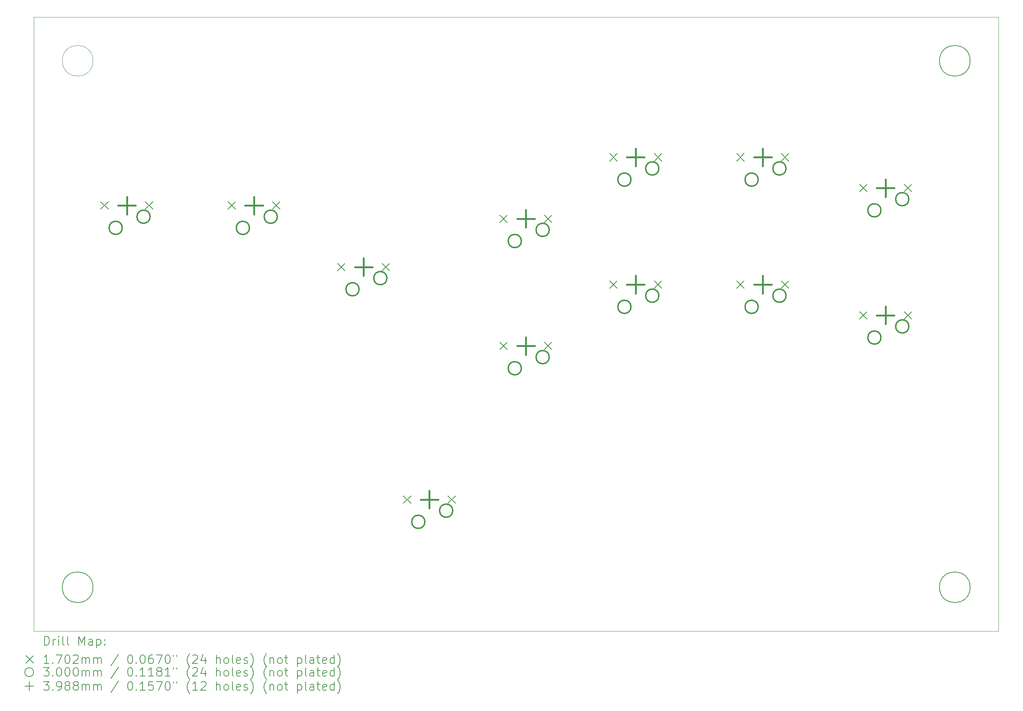
<source format=gbr>
%TF.GenerationSoftware,KiCad,Pcbnew,7.0.2*%
%TF.CreationDate,2023-06-15T03:47:47-07:00*%
%TF.ProjectId,DS5,4453352e-6b69-4636-9164-5f7063625858,rev?*%
%TF.SameCoordinates,Original*%
%TF.FileFunction,Drillmap*%
%TF.FilePolarity,Positive*%
%FSLAX45Y45*%
G04 Gerber Fmt 4.5, Leading zero omitted, Abs format (unit mm)*
G04 Created by KiCad (PCBNEW 7.0.2) date 2023-06-15 03:47:47*
%MOMM*%
%LPD*%
G01*
G04 APERTURE LIST*
%ADD10C,0.100000*%
%ADD11C,0.150000*%
%ADD12C,0.200000*%
%ADD13C,0.170180*%
%ADD14C,0.300000*%
%ADD15C,0.398780*%
G04 APERTURE END LIST*
D10*
X3350000Y-3000000D02*
G75*
G03*
X3350000Y-3000000I-350000J0D01*
G01*
D11*
X23350000Y-3000000D02*
G75*
G03*
X23350000Y-3000000I-350000J0D01*
G01*
D10*
X2000000Y-2000000D02*
X24000000Y-2000000D01*
X24000000Y-16000000D01*
X2000000Y-16000000D01*
X2000000Y-2000000D01*
D11*
X3350000Y-15000000D02*
G75*
G03*
X3350000Y-15000000I-350000J0D01*
G01*
X23350000Y-15000000D02*
G75*
G03*
X23350000Y-15000000I-350000J0D01*
G01*
D12*
D13*
X3527910Y-6214910D02*
X3698090Y-6385090D01*
X3698090Y-6214910D02*
X3527910Y-6385090D01*
X4543910Y-6214910D02*
X4714090Y-6385090D01*
X4714090Y-6214910D02*
X4543910Y-6385090D01*
X6427910Y-6214910D02*
X6598090Y-6385090D01*
X6598090Y-6214910D02*
X6427910Y-6385090D01*
X7443910Y-6214910D02*
X7614090Y-6385090D01*
X7614090Y-6214910D02*
X7443910Y-6385090D01*
X8927910Y-7614910D02*
X9098090Y-7785090D01*
X9098090Y-7614910D02*
X8927910Y-7785090D01*
X9943910Y-7614910D02*
X10114090Y-7785090D01*
X10114090Y-7614910D02*
X9943910Y-7785090D01*
X10427910Y-12914910D02*
X10598090Y-13085090D01*
X10598090Y-12914910D02*
X10427910Y-13085090D01*
X11443910Y-12914910D02*
X11614090Y-13085090D01*
X11614090Y-12914910D02*
X11443910Y-13085090D01*
X12627910Y-6514910D02*
X12798090Y-6685090D01*
X12798090Y-6514910D02*
X12627910Y-6685090D01*
X12627910Y-9414910D02*
X12798090Y-9585090D01*
X12798090Y-9414910D02*
X12627910Y-9585090D01*
X13643910Y-6514910D02*
X13814090Y-6685090D01*
X13814090Y-6514910D02*
X13643910Y-6685090D01*
X13643910Y-9414910D02*
X13814090Y-9585090D01*
X13814090Y-9414910D02*
X13643910Y-9585090D01*
X15127910Y-5114910D02*
X15298090Y-5285090D01*
X15298090Y-5114910D02*
X15127910Y-5285090D01*
X15127910Y-8014910D02*
X15298090Y-8185090D01*
X15298090Y-8014910D02*
X15127910Y-8185090D01*
X16143910Y-5114910D02*
X16314090Y-5285090D01*
X16314090Y-5114910D02*
X16143910Y-5285090D01*
X16143910Y-8014910D02*
X16314090Y-8185090D01*
X16314090Y-8014910D02*
X16143910Y-8185090D01*
X18027910Y-5114910D02*
X18198090Y-5285090D01*
X18198090Y-5114910D02*
X18027910Y-5285090D01*
X18027910Y-8014910D02*
X18198090Y-8185090D01*
X18198090Y-8014910D02*
X18027910Y-8185090D01*
X19043910Y-5114910D02*
X19214090Y-5285090D01*
X19214090Y-5114910D02*
X19043910Y-5285090D01*
X19043910Y-8014910D02*
X19214090Y-8185090D01*
X19214090Y-8014910D02*
X19043910Y-8185090D01*
X20827910Y-5814910D02*
X20998090Y-5985090D01*
X20998090Y-5814910D02*
X20827910Y-5985090D01*
X20827910Y-8714910D02*
X20998090Y-8885090D01*
X20998090Y-8714910D02*
X20827910Y-8885090D01*
X21843910Y-5814910D02*
X22014090Y-5985090D01*
X22014090Y-5814910D02*
X21843910Y-5985090D01*
X21843910Y-8714910D02*
X22014090Y-8885090D01*
X22014090Y-8714910D02*
X21843910Y-8885090D01*
D14*
X4017000Y-6808000D02*
G75*
G03*
X4017000Y-6808000I-150000J0D01*
G01*
X4652000Y-6554000D02*
G75*
G03*
X4652000Y-6554000I-150000J0D01*
G01*
X6917000Y-6808000D02*
G75*
G03*
X6917000Y-6808000I-150000J0D01*
G01*
X7552000Y-6554000D02*
G75*
G03*
X7552000Y-6554000I-150000J0D01*
G01*
X9417000Y-8208000D02*
G75*
G03*
X9417000Y-8208000I-150000J0D01*
G01*
X10052000Y-7954000D02*
G75*
G03*
X10052000Y-7954000I-150000J0D01*
G01*
X10917000Y-13508000D02*
G75*
G03*
X10917000Y-13508000I-150000J0D01*
G01*
X11552000Y-13254000D02*
G75*
G03*
X11552000Y-13254000I-150000J0D01*
G01*
X13117000Y-7108000D02*
G75*
G03*
X13117000Y-7108000I-150000J0D01*
G01*
X13117000Y-10008000D02*
G75*
G03*
X13117000Y-10008000I-150000J0D01*
G01*
X13752000Y-6854000D02*
G75*
G03*
X13752000Y-6854000I-150000J0D01*
G01*
X13752000Y-9754000D02*
G75*
G03*
X13752000Y-9754000I-150000J0D01*
G01*
X15617000Y-5708000D02*
G75*
G03*
X15617000Y-5708000I-150000J0D01*
G01*
X15617000Y-8608000D02*
G75*
G03*
X15617000Y-8608000I-150000J0D01*
G01*
X16252000Y-5454000D02*
G75*
G03*
X16252000Y-5454000I-150000J0D01*
G01*
X16252000Y-8354000D02*
G75*
G03*
X16252000Y-8354000I-150000J0D01*
G01*
X18517000Y-5708000D02*
G75*
G03*
X18517000Y-5708000I-150000J0D01*
G01*
X18517000Y-8608000D02*
G75*
G03*
X18517000Y-8608000I-150000J0D01*
G01*
X19152000Y-5454000D02*
G75*
G03*
X19152000Y-5454000I-150000J0D01*
G01*
X19152000Y-8354000D02*
G75*
G03*
X19152000Y-8354000I-150000J0D01*
G01*
X21317000Y-6408000D02*
G75*
G03*
X21317000Y-6408000I-150000J0D01*
G01*
X21317000Y-9308000D02*
G75*
G03*
X21317000Y-9308000I-150000J0D01*
G01*
X21952000Y-6154000D02*
G75*
G03*
X21952000Y-6154000I-150000J0D01*
G01*
X21952000Y-9054000D02*
G75*
G03*
X21952000Y-9054000I-150000J0D01*
G01*
D15*
X4121000Y-6100610D02*
X4121000Y-6499390D01*
X3921610Y-6300000D02*
X4320390Y-6300000D01*
X7021000Y-6100610D02*
X7021000Y-6499390D01*
X6821610Y-6300000D02*
X7220390Y-6300000D01*
X9521000Y-7500610D02*
X9521000Y-7899390D01*
X9321610Y-7700000D02*
X9720390Y-7700000D01*
X11021000Y-12800610D02*
X11021000Y-13199390D01*
X10821610Y-13000000D02*
X11220390Y-13000000D01*
X13221000Y-6400610D02*
X13221000Y-6799390D01*
X13021610Y-6600000D02*
X13420390Y-6600000D01*
X13221000Y-9300610D02*
X13221000Y-9699390D01*
X13021610Y-9500000D02*
X13420390Y-9500000D01*
X15721000Y-5000610D02*
X15721000Y-5399390D01*
X15521610Y-5200000D02*
X15920390Y-5200000D01*
X15721000Y-7900610D02*
X15721000Y-8299390D01*
X15521610Y-8100000D02*
X15920390Y-8100000D01*
X18621000Y-5000610D02*
X18621000Y-5399390D01*
X18421610Y-5200000D02*
X18820390Y-5200000D01*
X18621000Y-7900610D02*
X18621000Y-8299390D01*
X18421610Y-8100000D02*
X18820390Y-8100000D01*
X21421000Y-5700610D02*
X21421000Y-6099390D01*
X21221610Y-5900000D02*
X21620390Y-5900000D01*
X21421000Y-8600610D02*
X21421000Y-8999390D01*
X21221610Y-8800000D02*
X21620390Y-8800000D01*
D12*
X2242619Y-16317524D02*
X2242619Y-16117524D01*
X2242619Y-16117524D02*
X2290238Y-16117524D01*
X2290238Y-16117524D02*
X2318810Y-16127048D01*
X2318810Y-16127048D02*
X2337857Y-16146095D01*
X2337857Y-16146095D02*
X2347381Y-16165143D01*
X2347381Y-16165143D02*
X2356905Y-16203238D01*
X2356905Y-16203238D02*
X2356905Y-16231809D01*
X2356905Y-16231809D02*
X2347381Y-16269905D01*
X2347381Y-16269905D02*
X2337857Y-16288952D01*
X2337857Y-16288952D02*
X2318810Y-16308000D01*
X2318810Y-16308000D02*
X2290238Y-16317524D01*
X2290238Y-16317524D02*
X2242619Y-16317524D01*
X2442619Y-16317524D02*
X2442619Y-16184190D01*
X2442619Y-16222286D02*
X2452143Y-16203238D01*
X2452143Y-16203238D02*
X2461667Y-16193714D01*
X2461667Y-16193714D02*
X2480714Y-16184190D01*
X2480714Y-16184190D02*
X2499762Y-16184190D01*
X2566429Y-16317524D02*
X2566429Y-16184190D01*
X2566429Y-16117524D02*
X2556905Y-16127048D01*
X2556905Y-16127048D02*
X2566429Y-16136571D01*
X2566429Y-16136571D02*
X2575952Y-16127048D01*
X2575952Y-16127048D02*
X2566429Y-16117524D01*
X2566429Y-16117524D02*
X2566429Y-16136571D01*
X2690238Y-16317524D02*
X2671190Y-16308000D01*
X2671190Y-16308000D02*
X2661667Y-16288952D01*
X2661667Y-16288952D02*
X2661667Y-16117524D01*
X2795000Y-16317524D02*
X2775952Y-16308000D01*
X2775952Y-16308000D02*
X2766429Y-16288952D01*
X2766429Y-16288952D02*
X2766429Y-16117524D01*
X3023571Y-16317524D02*
X3023571Y-16117524D01*
X3023571Y-16117524D02*
X3090238Y-16260381D01*
X3090238Y-16260381D02*
X3156905Y-16117524D01*
X3156905Y-16117524D02*
X3156905Y-16317524D01*
X3337857Y-16317524D02*
X3337857Y-16212762D01*
X3337857Y-16212762D02*
X3328333Y-16193714D01*
X3328333Y-16193714D02*
X3309286Y-16184190D01*
X3309286Y-16184190D02*
X3271190Y-16184190D01*
X3271190Y-16184190D02*
X3252143Y-16193714D01*
X3337857Y-16308000D02*
X3318809Y-16317524D01*
X3318809Y-16317524D02*
X3271190Y-16317524D01*
X3271190Y-16317524D02*
X3252143Y-16308000D01*
X3252143Y-16308000D02*
X3242619Y-16288952D01*
X3242619Y-16288952D02*
X3242619Y-16269905D01*
X3242619Y-16269905D02*
X3252143Y-16250857D01*
X3252143Y-16250857D02*
X3271190Y-16241333D01*
X3271190Y-16241333D02*
X3318809Y-16241333D01*
X3318809Y-16241333D02*
X3337857Y-16231809D01*
X3433095Y-16184190D02*
X3433095Y-16384190D01*
X3433095Y-16193714D02*
X3452143Y-16184190D01*
X3452143Y-16184190D02*
X3490238Y-16184190D01*
X3490238Y-16184190D02*
X3509286Y-16193714D01*
X3509286Y-16193714D02*
X3518809Y-16203238D01*
X3518809Y-16203238D02*
X3528333Y-16222286D01*
X3528333Y-16222286D02*
X3528333Y-16279428D01*
X3528333Y-16279428D02*
X3518809Y-16298476D01*
X3518809Y-16298476D02*
X3509286Y-16308000D01*
X3509286Y-16308000D02*
X3490238Y-16317524D01*
X3490238Y-16317524D02*
X3452143Y-16317524D01*
X3452143Y-16317524D02*
X3433095Y-16308000D01*
X3614048Y-16298476D02*
X3623571Y-16308000D01*
X3623571Y-16308000D02*
X3614048Y-16317524D01*
X3614048Y-16317524D02*
X3604524Y-16308000D01*
X3604524Y-16308000D02*
X3614048Y-16298476D01*
X3614048Y-16298476D02*
X3614048Y-16317524D01*
X3614048Y-16193714D02*
X3623571Y-16203238D01*
X3623571Y-16203238D02*
X3614048Y-16212762D01*
X3614048Y-16212762D02*
X3604524Y-16203238D01*
X3604524Y-16203238D02*
X3614048Y-16193714D01*
X3614048Y-16193714D02*
X3614048Y-16212762D01*
D13*
X1824820Y-16559910D02*
X1995000Y-16730090D01*
X1995000Y-16559910D02*
X1824820Y-16730090D01*
D12*
X2347381Y-16737524D02*
X2233095Y-16737524D01*
X2290238Y-16737524D02*
X2290238Y-16537524D01*
X2290238Y-16537524D02*
X2271190Y-16566095D01*
X2271190Y-16566095D02*
X2252143Y-16585143D01*
X2252143Y-16585143D02*
X2233095Y-16594667D01*
X2433095Y-16718476D02*
X2442619Y-16728000D01*
X2442619Y-16728000D02*
X2433095Y-16737524D01*
X2433095Y-16737524D02*
X2423571Y-16728000D01*
X2423571Y-16728000D02*
X2433095Y-16718476D01*
X2433095Y-16718476D02*
X2433095Y-16737524D01*
X2509286Y-16537524D02*
X2642619Y-16537524D01*
X2642619Y-16537524D02*
X2556905Y-16737524D01*
X2756905Y-16537524D02*
X2775952Y-16537524D01*
X2775952Y-16537524D02*
X2795000Y-16547048D01*
X2795000Y-16547048D02*
X2804524Y-16556571D01*
X2804524Y-16556571D02*
X2814048Y-16575619D01*
X2814048Y-16575619D02*
X2823571Y-16613714D01*
X2823571Y-16613714D02*
X2823571Y-16661333D01*
X2823571Y-16661333D02*
X2814048Y-16699428D01*
X2814048Y-16699428D02*
X2804524Y-16718476D01*
X2804524Y-16718476D02*
X2795000Y-16728000D01*
X2795000Y-16728000D02*
X2775952Y-16737524D01*
X2775952Y-16737524D02*
X2756905Y-16737524D01*
X2756905Y-16737524D02*
X2737857Y-16728000D01*
X2737857Y-16728000D02*
X2728333Y-16718476D01*
X2728333Y-16718476D02*
X2718810Y-16699428D01*
X2718810Y-16699428D02*
X2709286Y-16661333D01*
X2709286Y-16661333D02*
X2709286Y-16613714D01*
X2709286Y-16613714D02*
X2718810Y-16575619D01*
X2718810Y-16575619D02*
X2728333Y-16556571D01*
X2728333Y-16556571D02*
X2737857Y-16547048D01*
X2737857Y-16547048D02*
X2756905Y-16537524D01*
X2899762Y-16556571D02*
X2909286Y-16547048D01*
X2909286Y-16547048D02*
X2928333Y-16537524D01*
X2928333Y-16537524D02*
X2975952Y-16537524D01*
X2975952Y-16537524D02*
X2995000Y-16547048D01*
X2995000Y-16547048D02*
X3004524Y-16556571D01*
X3004524Y-16556571D02*
X3014048Y-16575619D01*
X3014048Y-16575619D02*
X3014048Y-16594667D01*
X3014048Y-16594667D02*
X3004524Y-16623238D01*
X3004524Y-16623238D02*
X2890238Y-16737524D01*
X2890238Y-16737524D02*
X3014048Y-16737524D01*
X3099762Y-16737524D02*
X3099762Y-16604190D01*
X3099762Y-16623238D02*
X3109286Y-16613714D01*
X3109286Y-16613714D02*
X3128333Y-16604190D01*
X3128333Y-16604190D02*
X3156905Y-16604190D01*
X3156905Y-16604190D02*
X3175952Y-16613714D01*
X3175952Y-16613714D02*
X3185476Y-16632762D01*
X3185476Y-16632762D02*
X3185476Y-16737524D01*
X3185476Y-16632762D02*
X3195000Y-16613714D01*
X3195000Y-16613714D02*
X3214048Y-16604190D01*
X3214048Y-16604190D02*
X3242619Y-16604190D01*
X3242619Y-16604190D02*
X3261667Y-16613714D01*
X3261667Y-16613714D02*
X3271190Y-16632762D01*
X3271190Y-16632762D02*
X3271190Y-16737524D01*
X3366429Y-16737524D02*
X3366429Y-16604190D01*
X3366429Y-16623238D02*
X3375952Y-16613714D01*
X3375952Y-16613714D02*
X3395000Y-16604190D01*
X3395000Y-16604190D02*
X3423571Y-16604190D01*
X3423571Y-16604190D02*
X3442619Y-16613714D01*
X3442619Y-16613714D02*
X3452143Y-16632762D01*
X3452143Y-16632762D02*
X3452143Y-16737524D01*
X3452143Y-16632762D02*
X3461667Y-16613714D01*
X3461667Y-16613714D02*
X3480714Y-16604190D01*
X3480714Y-16604190D02*
X3509286Y-16604190D01*
X3509286Y-16604190D02*
X3528333Y-16613714D01*
X3528333Y-16613714D02*
X3537857Y-16632762D01*
X3537857Y-16632762D02*
X3537857Y-16737524D01*
X3928333Y-16528000D02*
X3756905Y-16785143D01*
X4185476Y-16537524D02*
X4204524Y-16537524D01*
X4204524Y-16537524D02*
X4223572Y-16547048D01*
X4223572Y-16547048D02*
X4233095Y-16556571D01*
X4233095Y-16556571D02*
X4242619Y-16575619D01*
X4242619Y-16575619D02*
X4252143Y-16613714D01*
X4252143Y-16613714D02*
X4252143Y-16661333D01*
X4252143Y-16661333D02*
X4242619Y-16699428D01*
X4242619Y-16699428D02*
X4233095Y-16718476D01*
X4233095Y-16718476D02*
X4223572Y-16728000D01*
X4223572Y-16728000D02*
X4204524Y-16737524D01*
X4204524Y-16737524D02*
X4185476Y-16737524D01*
X4185476Y-16737524D02*
X4166429Y-16728000D01*
X4166429Y-16728000D02*
X4156905Y-16718476D01*
X4156905Y-16718476D02*
X4147381Y-16699428D01*
X4147381Y-16699428D02*
X4137857Y-16661333D01*
X4137857Y-16661333D02*
X4137857Y-16613714D01*
X4137857Y-16613714D02*
X4147381Y-16575619D01*
X4147381Y-16575619D02*
X4156905Y-16556571D01*
X4156905Y-16556571D02*
X4166429Y-16547048D01*
X4166429Y-16547048D02*
X4185476Y-16537524D01*
X4337857Y-16718476D02*
X4347381Y-16728000D01*
X4347381Y-16728000D02*
X4337857Y-16737524D01*
X4337857Y-16737524D02*
X4328334Y-16728000D01*
X4328334Y-16728000D02*
X4337857Y-16718476D01*
X4337857Y-16718476D02*
X4337857Y-16737524D01*
X4471191Y-16537524D02*
X4490238Y-16537524D01*
X4490238Y-16537524D02*
X4509286Y-16547048D01*
X4509286Y-16547048D02*
X4518810Y-16556571D01*
X4518810Y-16556571D02*
X4528334Y-16575619D01*
X4528334Y-16575619D02*
X4537857Y-16613714D01*
X4537857Y-16613714D02*
X4537857Y-16661333D01*
X4537857Y-16661333D02*
X4528334Y-16699428D01*
X4528334Y-16699428D02*
X4518810Y-16718476D01*
X4518810Y-16718476D02*
X4509286Y-16728000D01*
X4509286Y-16728000D02*
X4490238Y-16737524D01*
X4490238Y-16737524D02*
X4471191Y-16737524D01*
X4471191Y-16737524D02*
X4452143Y-16728000D01*
X4452143Y-16728000D02*
X4442619Y-16718476D01*
X4442619Y-16718476D02*
X4433095Y-16699428D01*
X4433095Y-16699428D02*
X4423572Y-16661333D01*
X4423572Y-16661333D02*
X4423572Y-16613714D01*
X4423572Y-16613714D02*
X4433095Y-16575619D01*
X4433095Y-16575619D02*
X4442619Y-16556571D01*
X4442619Y-16556571D02*
X4452143Y-16547048D01*
X4452143Y-16547048D02*
X4471191Y-16537524D01*
X4709286Y-16537524D02*
X4671191Y-16537524D01*
X4671191Y-16537524D02*
X4652143Y-16547048D01*
X4652143Y-16547048D02*
X4642619Y-16556571D01*
X4642619Y-16556571D02*
X4623572Y-16585143D01*
X4623572Y-16585143D02*
X4614048Y-16623238D01*
X4614048Y-16623238D02*
X4614048Y-16699428D01*
X4614048Y-16699428D02*
X4623572Y-16718476D01*
X4623572Y-16718476D02*
X4633095Y-16728000D01*
X4633095Y-16728000D02*
X4652143Y-16737524D01*
X4652143Y-16737524D02*
X4690238Y-16737524D01*
X4690238Y-16737524D02*
X4709286Y-16728000D01*
X4709286Y-16728000D02*
X4718810Y-16718476D01*
X4718810Y-16718476D02*
X4728334Y-16699428D01*
X4728334Y-16699428D02*
X4728334Y-16651809D01*
X4728334Y-16651809D02*
X4718810Y-16632762D01*
X4718810Y-16632762D02*
X4709286Y-16623238D01*
X4709286Y-16623238D02*
X4690238Y-16613714D01*
X4690238Y-16613714D02*
X4652143Y-16613714D01*
X4652143Y-16613714D02*
X4633095Y-16623238D01*
X4633095Y-16623238D02*
X4623572Y-16632762D01*
X4623572Y-16632762D02*
X4614048Y-16651809D01*
X4795000Y-16537524D02*
X4928334Y-16537524D01*
X4928334Y-16537524D02*
X4842619Y-16737524D01*
X5042619Y-16537524D02*
X5061667Y-16537524D01*
X5061667Y-16537524D02*
X5080715Y-16547048D01*
X5080715Y-16547048D02*
X5090238Y-16556571D01*
X5090238Y-16556571D02*
X5099762Y-16575619D01*
X5099762Y-16575619D02*
X5109286Y-16613714D01*
X5109286Y-16613714D02*
X5109286Y-16661333D01*
X5109286Y-16661333D02*
X5099762Y-16699428D01*
X5099762Y-16699428D02*
X5090238Y-16718476D01*
X5090238Y-16718476D02*
X5080715Y-16728000D01*
X5080715Y-16728000D02*
X5061667Y-16737524D01*
X5061667Y-16737524D02*
X5042619Y-16737524D01*
X5042619Y-16737524D02*
X5023572Y-16728000D01*
X5023572Y-16728000D02*
X5014048Y-16718476D01*
X5014048Y-16718476D02*
X5004524Y-16699428D01*
X5004524Y-16699428D02*
X4995000Y-16661333D01*
X4995000Y-16661333D02*
X4995000Y-16613714D01*
X4995000Y-16613714D02*
X5004524Y-16575619D01*
X5004524Y-16575619D02*
X5014048Y-16556571D01*
X5014048Y-16556571D02*
X5023572Y-16547048D01*
X5023572Y-16547048D02*
X5042619Y-16537524D01*
X5185476Y-16537524D02*
X5185476Y-16575619D01*
X5261667Y-16537524D02*
X5261667Y-16575619D01*
X5556905Y-16813714D02*
X5547381Y-16804190D01*
X5547381Y-16804190D02*
X5528334Y-16775619D01*
X5528334Y-16775619D02*
X5518810Y-16756571D01*
X5518810Y-16756571D02*
X5509286Y-16728000D01*
X5509286Y-16728000D02*
X5499762Y-16680381D01*
X5499762Y-16680381D02*
X5499762Y-16642286D01*
X5499762Y-16642286D02*
X5509286Y-16594667D01*
X5509286Y-16594667D02*
X5518810Y-16566095D01*
X5518810Y-16566095D02*
X5528334Y-16547048D01*
X5528334Y-16547048D02*
X5547381Y-16518476D01*
X5547381Y-16518476D02*
X5556905Y-16508952D01*
X5623572Y-16556571D02*
X5633095Y-16547048D01*
X5633095Y-16547048D02*
X5652143Y-16537524D01*
X5652143Y-16537524D02*
X5699762Y-16537524D01*
X5699762Y-16537524D02*
X5718810Y-16547048D01*
X5718810Y-16547048D02*
X5728334Y-16556571D01*
X5728334Y-16556571D02*
X5737857Y-16575619D01*
X5737857Y-16575619D02*
X5737857Y-16594667D01*
X5737857Y-16594667D02*
X5728334Y-16623238D01*
X5728334Y-16623238D02*
X5614048Y-16737524D01*
X5614048Y-16737524D02*
X5737857Y-16737524D01*
X5909286Y-16604190D02*
X5909286Y-16737524D01*
X5861667Y-16528000D02*
X5814048Y-16670857D01*
X5814048Y-16670857D02*
X5937857Y-16670857D01*
X6166429Y-16737524D02*
X6166429Y-16537524D01*
X6252143Y-16737524D02*
X6252143Y-16632762D01*
X6252143Y-16632762D02*
X6242619Y-16613714D01*
X6242619Y-16613714D02*
X6223572Y-16604190D01*
X6223572Y-16604190D02*
X6195000Y-16604190D01*
X6195000Y-16604190D02*
X6175953Y-16613714D01*
X6175953Y-16613714D02*
X6166429Y-16623238D01*
X6375953Y-16737524D02*
X6356905Y-16728000D01*
X6356905Y-16728000D02*
X6347381Y-16718476D01*
X6347381Y-16718476D02*
X6337857Y-16699428D01*
X6337857Y-16699428D02*
X6337857Y-16642286D01*
X6337857Y-16642286D02*
X6347381Y-16623238D01*
X6347381Y-16623238D02*
X6356905Y-16613714D01*
X6356905Y-16613714D02*
X6375953Y-16604190D01*
X6375953Y-16604190D02*
X6404524Y-16604190D01*
X6404524Y-16604190D02*
X6423572Y-16613714D01*
X6423572Y-16613714D02*
X6433096Y-16623238D01*
X6433096Y-16623238D02*
X6442619Y-16642286D01*
X6442619Y-16642286D02*
X6442619Y-16699428D01*
X6442619Y-16699428D02*
X6433096Y-16718476D01*
X6433096Y-16718476D02*
X6423572Y-16728000D01*
X6423572Y-16728000D02*
X6404524Y-16737524D01*
X6404524Y-16737524D02*
X6375953Y-16737524D01*
X6556905Y-16737524D02*
X6537857Y-16728000D01*
X6537857Y-16728000D02*
X6528334Y-16708952D01*
X6528334Y-16708952D02*
X6528334Y-16537524D01*
X6709286Y-16728000D02*
X6690238Y-16737524D01*
X6690238Y-16737524D02*
X6652143Y-16737524D01*
X6652143Y-16737524D02*
X6633096Y-16728000D01*
X6633096Y-16728000D02*
X6623572Y-16708952D01*
X6623572Y-16708952D02*
X6623572Y-16632762D01*
X6623572Y-16632762D02*
X6633096Y-16613714D01*
X6633096Y-16613714D02*
X6652143Y-16604190D01*
X6652143Y-16604190D02*
X6690238Y-16604190D01*
X6690238Y-16604190D02*
X6709286Y-16613714D01*
X6709286Y-16613714D02*
X6718810Y-16632762D01*
X6718810Y-16632762D02*
X6718810Y-16651809D01*
X6718810Y-16651809D02*
X6623572Y-16670857D01*
X6795000Y-16728000D02*
X6814048Y-16737524D01*
X6814048Y-16737524D02*
X6852143Y-16737524D01*
X6852143Y-16737524D02*
X6871191Y-16728000D01*
X6871191Y-16728000D02*
X6880715Y-16708952D01*
X6880715Y-16708952D02*
X6880715Y-16699428D01*
X6880715Y-16699428D02*
X6871191Y-16680381D01*
X6871191Y-16680381D02*
X6852143Y-16670857D01*
X6852143Y-16670857D02*
X6823572Y-16670857D01*
X6823572Y-16670857D02*
X6804524Y-16661333D01*
X6804524Y-16661333D02*
X6795000Y-16642286D01*
X6795000Y-16642286D02*
X6795000Y-16632762D01*
X6795000Y-16632762D02*
X6804524Y-16613714D01*
X6804524Y-16613714D02*
X6823572Y-16604190D01*
X6823572Y-16604190D02*
X6852143Y-16604190D01*
X6852143Y-16604190D02*
X6871191Y-16613714D01*
X6947381Y-16813714D02*
X6956905Y-16804190D01*
X6956905Y-16804190D02*
X6975953Y-16775619D01*
X6975953Y-16775619D02*
X6985477Y-16756571D01*
X6985477Y-16756571D02*
X6995000Y-16728000D01*
X6995000Y-16728000D02*
X7004524Y-16680381D01*
X7004524Y-16680381D02*
X7004524Y-16642286D01*
X7004524Y-16642286D02*
X6995000Y-16594667D01*
X6995000Y-16594667D02*
X6985477Y-16566095D01*
X6985477Y-16566095D02*
X6975953Y-16547048D01*
X6975953Y-16547048D02*
X6956905Y-16518476D01*
X6956905Y-16518476D02*
X6947381Y-16508952D01*
X7309286Y-16813714D02*
X7299762Y-16804190D01*
X7299762Y-16804190D02*
X7280715Y-16775619D01*
X7280715Y-16775619D02*
X7271191Y-16756571D01*
X7271191Y-16756571D02*
X7261667Y-16728000D01*
X7261667Y-16728000D02*
X7252143Y-16680381D01*
X7252143Y-16680381D02*
X7252143Y-16642286D01*
X7252143Y-16642286D02*
X7261667Y-16594667D01*
X7261667Y-16594667D02*
X7271191Y-16566095D01*
X7271191Y-16566095D02*
X7280715Y-16547048D01*
X7280715Y-16547048D02*
X7299762Y-16518476D01*
X7299762Y-16518476D02*
X7309286Y-16508952D01*
X7385477Y-16604190D02*
X7385477Y-16737524D01*
X7385477Y-16623238D02*
X7395000Y-16613714D01*
X7395000Y-16613714D02*
X7414048Y-16604190D01*
X7414048Y-16604190D02*
X7442619Y-16604190D01*
X7442619Y-16604190D02*
X7461667Y-16613714D01*
X7461667Y-16613714D02*
X7471191Y-16632762D01*
X7471191Y-16632762D02*
X7471191Y-16737524D01*
X7595000Y-16737524D02*
X7575953Y-16728000D01*
X7575953Y-16728000D02*
X7566429Y-16718476D01*
X7566429Y-16718476D02*
X7556905Y-16699428D01*
X7556905Y-16699428D02*
X7556905Y-16642286D01*
X7556905Y-16642286D02*
X7566429Y-16623238D01*
X7566429Y-16623238D02*
X7575953Y-16613714D01*
X7575953Y-16613714D02*
X7595000Y-16604190D01*
X7595000Y-16604190D02*
X7623572Y-16604190D01*
X7623572Y-16604190D02*
X7642619Y-16613714D01*
X7642619Y-16613714D02*
X7652143Y-16623238D01*
X7652143Y-16623238D02*
X7661667Y-16642286D01*
X7661667Y-16642286D02*
X7661667Y-16699428D01*
X7661667Y-16699428D02*
X7652143Y-16718476D01*
X7652143Y-16718476D02*
X7642619Y-16728000D01*
X7642619Y-16728000D02*
X7623572Y-16737524D01*
X7623572Y-16737524D02*
X7595000Y-16737524D01*
X7718810Y-16604190D02*
X7795000Y-16604190D01*
X7747381Y-16537524D02*
X7747381Y-16708952D01*
X7747381Y-16708952D02*
X7756905Y-16728000D01*
X7756905Y-16728000D02*
X7775953Y-16737524D01*
X7775953Y-16737524D02*
X7795000Y-16737524D01*
X8014048Y-16604190D02*
X8014048Y-16804190D01*
X8014048Y-16613714D02*
X8033096Y-16604190D01*
X8033096Y-16604190D02*
X8071191Y-16604190D01*
X8071191Y-16604190D02*
X8090239Y-16613714D01*
X8090239Y-16613714D02*
X8099762Y-16623238D01*
X8099762Y-16623238D02*
X8109286Y-16642286D01*
X8109286Y-16642286D02*
X8109286Y-16699428D01*
X8109286Y-16699428D02*
X8099762Y-16718476D01*
X8099762Y-16718476D02*
X8090239Y-16728000D01*
X8090239Y-16728000D02*
X8071191Y-16737524D01*
X8071191Y-16737524D02*
X8033096Y-16737524D01*
X8033096Y-16737524D02*
X8014048Y-16728000D01*
X8223572Y-16737524D02*
X8204524Y-16728000D01*
X8204524Y-16728000D02*
X8195000Y-16708952D01*
X8195000Y-16708952D02*
X8195000Y-16537524D01*
X8385477Y-16737524D02*
X8385477Y-16632762D01*
X8385477Y-16632762D02*
X8375953Y-16613714D01*
X8375953Y-16613714D02*
X8356905Y-16604190D01*
X8356905Y-16604190D02*
X8318810Y-16604190D01*
X8318810Y-16604190D02*
X8299762Y-16613714D01*
X8385477Y-16728000D02*
X8366429Y-16737524D01*
X8366429Y-16737524D02*
X8318810Y-16737524D01*
X8318810Y-16737524D02*
X8299762Y-16728000D01*
X8299762Y-16728000D02*
X8290239Y-16708952D01*
X8290239Y-16708952D02*
X8290239Y-16689905D01*
X8290239Y-16689905D02*
X8299762Y-16670857D01*
X8299762Y-16670857D02*
X8318810Y-16661333D01*
X8318810Y-16661333D02*
X8366429Y-16661333D01*
X8366429Y-16661333D02*
X8385477Y-16651809D01*
X8452143Y-16604190D02*
X8528334Y-16604190D01*
X8480715Y-16537524D02*
X8480715Y-16708952D01*
X8480715Y-16708952D02*
X8490239Y-16728000D01*
X8490239Y-16728000D02*
X8509286Y-16737524D01*
X8509286Y-16737524D02*
X8528334Y-16737524D01*
X8671191Y-16728000D02*
X8652143Y-16737524D01*
X8652143Y-16737524D02*
X8614048Y-16737524D01*
X8614048Y-16737524D02*
X8595001Y-16728000D01*
X8595001Y-16728000D02*
X8585477Y-16708952D01*
X8585477Y-16708952D02*
X8585477Y-16632762D01*
X8585477Y-16632762D02*
X8595001Y-16613714D01*
X8595001Y-16613714D02*
X8614048Y-16604190D01*
X8614048Y-16604190D02*
X8652143Y-16604190D01*
X8652143Y-16604190D02*
X8671191Y-16613714D01*
X8671191Y-16613714D02*
X8680715Y-16632762D01*
X8680715Y-16632762D02*
X8680715Y-16651809D01*
X8680715Y-16651809D02*
X8585477Y-16670857D01*
X8852143Y-16737524D02*
X8852143Y-16537524D01*
X8852143Y-16728000D02*
X8833096Y-16737524D01*
X8833096Y-16737524D02*
X8795001Y-16737524D01*
X8795001Y-16737524D02*
X8775953Y-16728000D01*
X8775953Y-16728000D02*
X8766429Y-16718476D01*
X8766429Y-16718476D02*
X8756905Y-16699428D01*
X8756905Y-16699428D02*
X8756905Y-16642286D01*
X8756905Y-16642286D02*
X8766429Y-16623238D01*
X8766429Y-16623238D02*
X8775953Y-16613714D01*
X8775953Y-16613714D02*
X8795001Y-16604190D01*
X8795001Y-16604190D02*
X8833096Y-16604190D01*
X8833096Y-16604190D02*
X8852143Y-16613714D01*
X8928334Y-16813714D02*
X8937858Y-16804190D01*
X8937858Y-16804190D02*
X8956905Y-16775619D01*
X8956905Y-16775619D02*
X8966429Y-16756571D01*
X8966429Y-16756571D02*
X8975953Y-16728000D01*
X8975953Y-16728000D02*
X8985477Y-16680381D01*
X8985477Y-16680381D02*
X8985477Y-16642286D01*
X8985477Y-16642286D02*
X8975953Y-16594667D01*
X8975953Y-16594667D02*
X8966429Y-16566095D01*
X8966429Y-16566095D02*
X8956905Y-16547048D01*
X8956905Y-16547048D02*
X8937858Y-16518476D01*
X8937858Y-16518476D02*
X8928334Y-16508952D01*
X1995000Y-16935180D02*
G75*
G03*
X1995000Y-16935180I-100000J0D01*
G01*
X2223571Y-16827704D02*
X2347381Y-16827704D01*
X2347381Y-16827704D02*
X2280714Y-16903894D01*
X2280714Y-16903894D02*
X2309286Y-16903894D01*
X2309286Y-16903894D02*
X2328333Y-16913418D01*
X2328333Y-16913418D02*
X2337857Y-16922942D01*
X2337857Y-16922942D02*
X2347381Y-16941990D01*
X2347381Y-16941990D02*
X2347381Y-16989609D01*
X2347381Y-16989609D02*
X2337857Y-17008656D01*
X2337857Y-17008656D02*
X2328333Y-17018180D01*
X2328333Y-17018180D02*
X2309286Y-17027704D01*
X2309286Y-17027704D02*
X2252143Y-17027704D01*
X2252143Y-17027704D02*
X2233095Y-17018180D01*
X2233095Y-17018180D02*
X2223571Y-17008656D01*
X2433095Y-17008656D02*
X2442619Y-17018180D01*
X2442619Y-17018180D02*
X2433095Y-17027704D01*
X2433095Y-17027704D02*
X2423571Y-17018180D01*
X2423571Y-17018180D02*
X2433095Y-17008656D01*
X2433095Y-17008656D02*
X2433095Y-17027704D01*
X2566429Y-16827704D02*
X2585476Y-16827704D01*
X2585476Y-16827704D02*
X2604524Y-16837228D01*
X2604524Y-16837228D02*
X2614048Y-16846751D01*
X2614048Y-16846751D02*
X2623571Y-16865799D01*
X2623571Y-16865799D02*
X2633095Y-16903894D01*
X2633095Y-16903894D02*
X2633095Y-16951513D01*
X2633095Y-16951513D02*
X2623571Y-16989609D01*
X2623571Y-16989609D02*
X2614048Y-17008656D01*
X2614048Y-17008656D02*
X2604524Y-17018180D01*
X2604524Y-17018180D02*
X2585476Y-17027704D01*
X2585476Y-17027704D02*
X2566429Y-17027704D01*
X2566429Y-17027704D02*
X2547381Y-17018180D01*
X2547381Y-17018180D02*
X2537857Y-17008656D01*
X2537857Y-17008656D02*
X2528333Y-16989609D01*
X2528333Y-16989609D02*
X2518810Y-16951513D01*
X2518810Y-16951513D02*
X2518810Y-16903894D01*
X2518810Y-16903894D02*
X2528333Y-16865799D01*
X2528333Y-16865799D02*
X2537857Y-16846751D01*
X2537857Y-16846751D02*
X2547381Y-16837228D01*
X2547381Y-16837228D02*
X2566429Y-16827704D01*
X2756905Y-16827704D02*
X2775952Y-16827704D01*
X2775952Y-16827704D02*
X2795000Y-16837228D01*
X2795000Y-16837228D02*
X2804524Y-16846751D01*
X2804524Y-16846751D02*
X2814048Y-16865799D01*
X2814048Y-16865799D02*
X2823571Y-16903894D01*
X2823571Y-16903894D02*
X2823571Y-16951513D01*
X2823571Y-16951513D02*
X2814048Y-16989609D01*
X2814048Y-16989609D02*
X2804524Y-17008656D01*
X2804524Y-17008656D02*
X2795000Y-17018180D01*
X2795000Y-17018180D02*
X2775952Y-17027704D01*
X2775952Y-17027704D02*
X2756905Y-17027704D01*
X2756905Y-17027704D02*
X2737857Y-17018180D01*
X2737857Y-17018180D02*
X2728333Y-17008656D01*
X2728333Y-17008656D02*
X2718810Y-16989609D01*
X2718810Y-16989609D02*
X2709286Y-16951513D01*
X2709286Y-16951513D02*
X2709286Y-16903894D01*
X2709286Y-16903894D02*
X2718810Y-16865799D01*
X2718810Y-16865799D02*
X2728333Y-16846751D01*
X2728333Y-16846751D02*
X2737857Y-16837228D01*
X2737857Y-16837228D02*
X2756905Y-16827704D01*
X2947381Y-16827704D02*
X2966429Y-16827704D01*
X2966429Y-16827704D02*
X2985476Y-16837228D01*
X2985476Y-16837228D02*
X2995000Y-16846751D01*
X2995000Y-16846751D02*
X3004524Y-16865799D01*
X3004524Y-16865799D02*
X3014048Y-16903894D01*
X3014048Y-16903894D02*
X3014048Y-16951513D01*
X3014048Y-16951513D02*
X3004524Y-16989609D01*
X3004524Y-16989609D02*
X2995000Y-17008656D01*
X2995000Y-17008656D02*
X2985476Y-17018180D01*
X2985476Y-17018180D02*
X2966429Y-17027704D01*
X2966429Y-17027704D02*
X2947381Y-17027704D01*
X2947381Y-17027704D02*
X2928333Y-17018180D01*
X2928333Y-17018180D02*
X2918809Y-17008656D01*
X2918809Y-17008656D02*
X2909286Y-16989609D01*
X2909286Y-16989609D02*
X2899762Y-16951513D01*
X2899762Y-16951513D02*
X2899762Y-16903894D01*
X2899762Y-16903894D02*
X2909286Y-16865799D01*
X2909286Y-16865799D02*
X2918809Y-16846751D01*
X2918809Y-16846751D02*
X2928333Y-16837228D01*
X2928333Y-16837228D02*
X2947381Y-16827704D01*
X3099762Y-17027704D02*
X3099762Y-16894370D01*
X3099762Y-16913418D02*
X3109286Y-16903894D01*
X3109286Y-16903894D02*
X3128333Y-16894370D01*
X3128333Y-16894370D02*
X3156905Y-16894370D01*
X3156905Y-16894370D02*
X3175952Y-16903894D01*
X3175952Y-16903894D02*
X3185476Y-16922942D01*
X3185476Y-16922942D02*
X3185476Y-17027704D01*
X3185476Y-16922942D02*
X3195000Y-16903894D01*
X3195000Y-16903894D02*
X3214048Y-16894370D01*
X3214048Y-16894370D02*
X3242619Y-16894370D01*
X3242619Y-16894370D02*
X3261667Y-16903894D01*
X3261667Y-16903894D02*
X3271190Y-16922942D01*
X3271190Y-16922942D02*
X3271190Y-17027704D01*
X3366429Y-17027704D02*
X3366429Y-16894370D01*
X3366429Y-16913418D02*
X3375952Y-16903894D01*
X3375952Y-16903894D02*
X3395000Y-16894370D01*
X3395000Y-16894370D02*
X3423571Y-16894370D01*
X3423571Y-16894370D02*
X3442619Y-16903894D01*
X3442619Y-16903894D02*
X3452143Y-16922942D01*
X3452143Y-16922942D02*
X3452143Y-17027704D01*
X3452143Y-16922942D02*
X3461667Y-16903894D01*
X3461667Y-16903894D02*
X3480714Y-16894370D01*
X3480714Y-16894370D02*
X3509286Y-16894370D01*
X3509286Y-16894370D02*
X3528333Y-16903894D01*
X3528333Y-16903894D02*
X3537857Y-16922942D01*
X3537857Y-16922942D02*
X3537857Y-17027704D01*
X3928333Y-16818180D02*
X3756905Y-17075323D01*
X4185476Y-16827704D02*
X4204524Y-16827704D01*
X4204524Y-16827704D02*
X4223572Y-16837228D01*
X4223572Y-16837228D02*
X4233095Y-16846751D01*
X4233095Y-16846751D02*
X4242619Y-16865799D01*
X4242619Y-16865799D02*
X4252143Y-16903894D01*
X4252143Y-16903894D02*
X4252143Y-16951513D01*
X4252143Y-16951513D02*
X4242619Y-16989609D01*
X4242619Y-16989609D02*
X4233095Y-17008656D01*
X4233095Y-17008656D02*
X4223572Y-17018180D01*
X4223572Y-17018180D02*
X4204524Y-17027704D01*
X4204524Y-17027704D02*
X4185476Y-17027704D01*
X4185476Y-17027704D02*
X4166429Y-17018180D01*
X4166429Y-17018180D02*
X4156905Y-17008656D01*
X4156905Y-17008656D02*
X4147381Y-16989609D01*
X4147381Y-16989609D02*
X4137857Y-16951513D01*
X4137857Y-16951513D02*
X4137857Y-16903894D01*
X4137857Y-16903894D02*
X4147381Y-16865799D01*
X4147381Y-16865799D02*
X4156905Y-16846751D01*
X4156905Y-16846751D02*
X4166429Y-16837228D01*
X4166429Y-16837228D02*
X4185476Y-16827704D01*
X4337857Y-17008656D02*
X4347381Y-17018180D01*
X4347381Y-17018180D02*
X4337857Y-17027704D01*
X4337857Y-17027704D02*
X4328334Y-17018180D01*
X4328334Y-17018180D02*
X4337857Y-17008656D01*
X4337857Y-17008656D02*
X4337857Y-17027704D01*
X4537857Y-17027704D02*
X4423572Y-17027704D01*
X4480714Y-17027704D02*
X4480714Y-16827704D01*
X4480714Y-16827704D02*
X4461667Y-16856275D01*
X4461667Y-16856275D02*
X4442619Y-16875323D01*
X4442619Y-16875323D02*
X4423572Y-16884847D01*
X4728334Y-17027704D02*
X4614048Y-17027704D01*
X4671191Y-17027704D02*
X4671191Y-16827704D01*
X4671191Y-16827704D02*
X4652143Y-16856275D01*
X4652143Y-16856275D02*
X4633095Y-16875323D01*
X4633095Y-16875323D02*
X4614048Y-16884847D01*
X4842619Y-16913418D02*
X4823572Y-16903894D01*
X4823572Y-16903894D02*
X4814048Y-16894370D01*
X4814048Y-16894370D02*
X4804524Y-16875323D01*
X4804524Y-16875323D02*
X4804524Y-16865799D01*
X4804524Y-16865799D02*
X4814048Y-16846751D01*
X4814048Y-16846751D02*
X4823572Y-16837228D01*
X4823572Y-16837228D02*
X4842619Y-16827704D01*
X4842619Y-16827704D02*
X4880715Y-16827704D01*
X4880715Y-16827704D02*
X4899762Y-16837228D01*
X4899762Y-16837228D02*
X4909286Y-16846751D01*
X4909286Y-16846751D02*
X4918810Y-16865799D01*
X4918810Y-16865799D02*
X4918810Y-16875323D01*
X4918810Y-16875323D02*
X4909286Y-16894370D01*
X4909286Y-16894370D02*
X4899762Y-16903894D01*
X4899762Y-16903894D02*
X4880715Y-16913418D01*
X4880715Y-16913418D02*
X4842619Y-16913418D01*
X4842619Y-16913418D02*
X4823572Y-16922942D01*
X4823572Y-16922942D02*
X4814048Y-16932466D01*
X4814048Y-16932466D02*
X4804524Y-16951513D01*
X4804524Y-16951513D02*
X4804524Y-16989609D01*
X4804524Y-16989609D02*
X4814048Y-17008656D01*
X4814048Y-17008656D02*
X4823572Y-17018180D01*
X4823572Y-17018180D02*
X4842619Y-17027704D01*
X4842619Y-17027704D02*
X4880715Y-17027704D01*
X4880715Y-17027704D02*
X4899762Y-17018180D01*
X4899762Y-17018180D02*
X4909286Y-17008656D01*
X4909286Y-17008656D02*
X4918810Y-16989609D01*
X4918810Y-16989609D02*
X4918810Y-16951513D01*
X4918810Y-16951513D02*
X4909286Y-16932466D01*
X4909286Y-16932466D02*
X4899762Y-16922942D01*
X4899762Y-16922942D02*
X4880715Y-16913418D01*
X5109286Y-17027704D02*
X4995000Y-17027704D01*
X5052143Y-17027704D02*
X5052143Y-16827704D01*
X5052143Y-16827704D02*
X5033095Y-16856275D01*
X5033095Y-16856275D02*
X5014048Y-16875323D01*
X5014048Y-16875323D02*
X4995000Y-16884847D01*
X5185476Y-16827704D02*
X5185476Y-16865799D01*
X5261667Y-16827704D02*
X5261667Y-16865799D01*
X5556905Y-17103894D02*
X5547381Y-17094370D01*
X5547381Y-17094370D02*
X5528334Y-17065799D01*
X5528334Y-17065799D02*
X5518810Y-17046751D01*
X5518810Y-17046751D02*
X5509286Y-17018180D01*
X5509286Y-17018180D02*
X5499762Y-16970561D01*
X5499762Y-16970561D02*
X5499762Y-16932466D01*
X5499762Y-16932466D02*
X5509286Y-16884847D01*
X5509286Y-16884847D02*
X5518810Y-16856275D01*
X5518810Y-16856275D02*
X5528334Y-16837228D01*
X5528334Y-16837228D02*
X5547381Y-16808656D01*
X5547381Y-16808656D02*
X5556905Y-16799132D01*
X5623572Y-16846751D02*
X5633095Y-16837228D01*
X5633095Y-16837228D02*
X5652143Y-16827704D01*
X5652143Y-16827704D02*
X5699762Y-16827704D01*
X5699762Y-16827704D02*
X5718810Y-16837228D01*
X5718810Y-16837228D02*
X5728334Y-16846751D01*
X5728334Y-16846751D02*
X5737857Y-16865799D01*
X5737857Y-16865799D02*
X5737857Y-16884847D01*
X5737857Y-16884847D02*
X5728334Y-16913418D01*
X5728334Y-16913418D02*
X5614048Y-17027704D01*
X5614048Y-17027704D02*
X5737857Y-17027704D01*
X5909286Y-16894370D02*
X5909286Y-17027704D01*
X5861667Y-16818180D02*
X5814048Y-16961037D01*
X5814048Y-16961037D02*
X5937857Y-16961037D01*
X6166429Y-17027704D02*
X6166429Y-16827704D01*
X6252143Y-17027704D02*
X6252143Y-16922942D01*
X6252143Y-16922942D02*
X6242619Y-16903894D01*
X6242619Y-16903894D02*
X6223572Y-16894370D01*
X6223572Y-16894370D02*
X6195000Y-16894370D01*
X6195000Y-16894370D02*
X6175953Y-16903894D01*
X6175953Y-16903894D02*
X6166429Y-16913418D01*
X6375953Y-17027704D02*
X6356905Y-17018180D01*
X6356905Y-17018180D02*
X6347381Y-17008656D01*
X6347381Y-17008656D02*
X6337857Y-16989609D01*
X6337857Y-16989609D02*
X6337857Y-16932466D01*
X6337857Y-16932466D02*
X6347381Y-16913418D01*
X6347381Y-16913418D02*
X6356905Y-16903894D01*
X6356905Y-16903894D02*
X6375953Y-16894370D01*
X6375953Y-16894370D02*
X6404524Y-16894370D01*
X6404524Y-16894370D02*
X6423572Y-16903894D01*
X6423572Y-16903894D02*
X6433096Y-16913418D01*
X6433096Y-16913418D02*
X6442619Y-16932466D01*
X6442619Y-16932466D02*
X6442619Y-16989609D01*
X6442619Y-16989609D02*
X6433096Y-17008656D01*
X6433096Y-17008656D02*
X6423572Y-17018180D01*
X6423572Y-17018180D02*
X6404524Y-17027704D01*
X6404524Y-17027704D02*
X6375953Y-17027704D01*
X6556905Y-17027704D02*
X6537857Y-17018180D01*
X6537857Y-17018180D02*
X6528334Y-16999132D01*
X6528334Y-16999132D02*
X6528334Y-16827704D01*
X6709286Y-17018180D02*
X6690238Y-17027704D01*
X6690238Y-17027704D02*
X6652143Y-17027704D01*
X6652143Y-17027704D02*
X6633096Y-17018180D01*
X6633096Y-17018180D02*
X6623572Y-16999132D01*
X6623572Y-16999132D02*
X6623572Y-16922942D01*
X6623572Y-16922942D02*
X6633096Y-16903894D01*
X6633096Y-16903894D02*
X6652143Y-16894370D01*
X6652143Y-16894370D02*
X6690238Y-16894370D01*
X6690238Y-16894370D02*
X6709286Y-16903894D01*
X6709286Y-16903894D02*
X6718810Y-16922942D01*
X6718810Y-16922942D02*
X6718810Y-16941990D01*
X6718810Y-16941990D02*
X6623572Y-16961037D01*
X6795000Y-17018180D02*
X6814048Y-17027704D01*
X6814048Y-17027704D02*
X6852143Y-17027704D01*
X6852143Y-17027704D02*
X6871191Y-17018180D01*
X6871191Y-17018180D02*
X6880715Y-16999132D01*
X6880715Y-16999132D02*
X6880715Y-16989609D01*
X6880715Y-16989609D02*
X6871191Y-16970561D01*
X6871191Y-16970561D02*
X6852143Y-16961037D01*
X6852143Y-16961037D02*
X6823572Y-16961037D01*
X6823572Y-16961037D02*
X6804524Y-16951513D01*
X6804524Y-16951513D02*
X6795000Y-16932466D01*
X6795000Y-16932466D02*
X6795000Y-16922942D01*
X6795000Y-16922942D02*
X6804524Y-16903894D01*
X6804524Y-16903894D02*
X6823572Y-16894370D01*
X6823572Y-16894370D02*
X6852143Y-16894370D01*
X6852143Y-16894370D02*
X6871191Y-16903894D01*
X6947381Y-17103894D02*
X6956905Y-17094370D01*
X6956905Y-17094370D02*
X6975953Y-17065799D01*
X6975953Y-17065799D02*
X6985477Y-17046751D01*
X6985477Y-17046751D02*
X6995000Y-17018180D01*
X6995000Y-17018180D02*
X7004524Y-16970561D01*
X7004524Y-16970561D02*
X7004524Y-16932466D01*
X7004524Y-16932466D02*
X6995000Y-16884847D01*
X6995000Y-16884847D02*
X6985477Y-16856275D01*
X6985477Y-16856275D02*
X6975953Y-16837228D01*
X6975953Y-16837228D02*
X6956905Y-16808656D01*
X6956905Y-16808656D02*
X6947381Y-16799132D01*
X7309286Y-17103894D02*
X7299762Y-17094370D01*
X7299762Y-17094370D02*
X7280715Y-17065799D01*
X7280715Y-17065799D02*
X7271191Y-17046751D01*
X7271191Y-17046751D02*
X7261667Y-17018180D01*
X7261667Y-17018180D02*
X7252143Y-16970561D01*
X7252143Y-16970561D02*
X7252143Y-16932466D01*
X7252143Y-16932466D02*
X7261667Y-16884847D01*
X7261667Y-16884847D02*
X7271191Y-16856275D01*
X7271191Y-16856275D02*
X7280715Y-16837228D01*
X7280715Y-16837228D02*
X7299762Y-16808656D01*
X7299762Y-16808656D02*
X7309286Y-16799132D01*
X7385477Y-16894370D02*
X7385477Y-17027704D01*
X7385477Y-16913418D02*
X7395000Y-16903894D01*
X7395000Y-16903894D02*
X7414048Y-16894370D01*
X7414048Y-16894370D02*
X7442619Y-16894370D01*
X7442619Y-16894370D02*
X7461667Y-16903894D01*
X7461667Y-16903894D02*
X7471191Y-16922942D01*
X7471191Y-16922942D02*
X7471191Y-17027704D01*
X7595000Y-17027704D02*
X7575953Y-17018180D01*
X7575953Y-17018180D02*
X7566429Y-17008656D01*
X7566429Y-17008656D02*
X7556905Y-16989609D01*
X7556905Y-16989609D02*
X7556905Y-16932466D01*
X7556905Y-16932466D02*
X7566429Y-16913418D01*
X7566429Y-16913418D02*
X7575953Y-16903894D01*
X7575953Y-16903894D02*
X7595000Y-16894370D01*
X7595000Y-16894370D02*
X7623572Y-16894370D01*
X7623572Y-16894370D02*
X7642619Y-16903894D01*
X7642619Y-16903894D02*
X7652143Y-16913418D01*
X7652143Y-16913418D02*
X7661667Y-16932466D01*
X7661667Y-16932466D02*
X7661667Y-16989609D01*
X7661667Y-16989609D02*
X7652143Y-17008656D01*
X7652143Y-17008656D02*
X7642619Y-17018180D01*
X7642619Y-17018180D02*
X7623572Y-17027704D01*
X7623572Y-17027704D02*
X7595000Y-17027704D01*
X7718810Y-16894370D02*
X7795000Y-16894370D01*
X7747381Y-16827704D02*
X7747381Y-16999132D01*
X7747381Y-16999132D02*
X7756905Y-17018180D01*
X7756905Y-17018180D02*
X7775953Y-17027704D01*
X7775953Y-17027704D02*
X7795000Y-17027704D01*
X8014048Y-16894370D02*
X8014048Y-17094370D01*
X8014048Y-16903894D02*
X8033096Y-16894370D01*
X8033096Y-16894370D02*
X8071191Y-16894370D01*
X8071191Y-16894370D02*
X8090239Y-16903894D01*
X8090239Y-16903894D02*
X8099762Y-16913418D01*
X8099762Y-16913418D02*
X8109286Y-16932466D01*
X8109286Y-16932466D02*
X8109286Y-16989609D01*
X8109286Y-16989609D02*
X8099762Y-17008656D01*
X8099762Y-17008656D02*
X8090239Y-17018180D01*
X8090239Y-17018180D02*
X8071191Y-17027704D01*
X8071191Y-17027704D02*
X8033096Y-17027704D01*
X8033096Y-17027704D02*
X8014048Y-17018180D01*
X8223572Y-17027704D02*
X8204524Y-17018180D01*
X8204524Y-17018180D02*
X8195000Y-16999132D01*
X8195000Y-16999132D02*
X8195000Y-16827704D01*
X8385477Y-17027704D02*
X8385477Y-16922942D01*
X8385477Y-16922942D02*
X8375953Y-16903894D01*
X8375953Y-16903894D02*
X8356905Y-16894370D01*
X8356905Y-16894370D02*
X8318810Y-16894370D01*
X8318810Y-16894370D02*
X8299762Y-16903894D01*
X8385477Y-17018180D02*
X8366429Y-17027704D01*
X8366429Y-17027704D02*
X8318810Y-17027704D01*
X8318810Y-17027704D02*
X8299762Y-17018180D01*
X8299762Y-17018180D02*
X8290239Y-16999132D01*
X8290239Y-16999132D02*
X8290239Y-16980085D01*
X8290239Y-16980085D02*
X8299762Y-16961037D01*
X8299762Y-16961037D02*
X8318810Y-16951513D01*
X8318810Y-16951513D02*
X8366429Y-16951513D01*
X8366429Y-16951513D02*
X8385477Y-16941990D01*
X8452143Y-16894370D02*
X8528334Y-16894370D01*
X8480715Y-16827704D02*
X8480715Y-16999132D01*
X8480715Y-16999132D02*
X8490239Y-17018180D01*
X8490239Y-17018180D02*
X8509286Y-17027704D01*
X8509286Y-17027704D02*
X8528334Y-17027704D01*
X8671191Y-17018180D02*
X8652143Y-17027704D01*
X8652143Y-17027704D02*
X8614048Y-17027704D01*
X8614048Y-17027704D02*
X8595001Y-17018180D01*
X8595001Y-17018180D02*
X8585477Y-16999132D01*
X8585477Y-16999132D02*
X8585477Y-16922942D01*
X8585477Y-16922942D02*
X8595001Y-16903894D01*
X8595001Y-16903894D02*
X8614048Y-16894370D01*
X8614048Y-16894370D02*
X8652143Y-16894370D01*
X8652143Y-16894370D02*
X8671191Y-16903894D01*
X8671191Y-16903894D02*
X8680715Y-16922942D01*
X8680715Y-16922942D02*
X8680715Y-16941990D01*
X8680715Y-16941990D02*
X8585477Y-16961037D01*
X8852143Y-17027704D02*
X8852143Y-16827704D01*
X8852143Y-17018180D02*
X8833096Y-17027704D01*
X8833096Y-17027704D02*
X8795001Y-17027704D01*
X8795001Y-17027704D02*
X8775953Y-17018180D01*
X8775953Y-17018180D02*
X8766429Y-17008656D01*
X8766429Y-17008656D02*
X8756905Y-16989609D01*
X8756905Y-16989609D02*
X8756905Y-16932466D01*
X8756905Y-16932466D02*
X8766429Y-16913418D01*
X8766429Y-16913418D02*
X8775953Y-16903894D01*
X8775953Y-16903894D02*
X8795001Y-16894370D01*
X8795001Y-16894370D02*
X8833096Y-16894370D01*
X8833096Y-16894370D02*
X8852143Y-16903894D01*
X8928334Y-17103894D02*
X8937858Y-17094370D01*
X8937858Y-17094370D02*
X8956905Y-17065799D01*
X8956905Y-17065799D02*
X8966429Y-17046751D01*
X8966429Y-17046751D02*
X8975953Y-17018180D01*
X8975953Y-17018180D02*
X8985477Y-16970561D01*
X8985477Y-16970561D02*
X8985477Y-16932466D01*
X8985477Y-16932466D02*
X8975953Y-16884847D01*
X8975953Y-16884847D02*
X8966429Y-16856275D01*
X8966429Y-16856275D02*
X8956905Y-16837228D01*
X8956905Y-16837228D02*
X8937858Y-16808656D01*
X8937858Y-16808656D02*
X8928334Y-16799132D01*
X1895000Y-17155180D02*
X1895000Y-17355180D01*
X1795000Y-17255180D02*
X1995000Y-17255180D01*
X2223571Y-17147704D02*
X2347381Y-17147704D01*
X2347381Y-17147704D02*
X2280714Y-17223894D01*
X2280714Y-17223894D02*
X2309286Y-17223894D01*
X2309286Y-17223894D02*
X2328333Y-17233418D01*
X2328333Y-17233418D02*
X2337857Y-17242942D01*
X2337857Y-17242942D02*
X2347381Y-17261990D01*
X2347381Y-17261990D02*
X2347381Y-17309609D01*
X2347381Y-17309609D02*
X2337857Y-17328656D01*
X2337857Y-17328656D02*
X2328333Y-17338180D01*
X2328333Y-17338180D02*
X2309286Y-17347704D01*
X2309286Y-17347704D02*
X2252143Y-17347704D01*
X2252143Y-17347704D02*
X2233095Y-17338180D01*
X2233095Y-17338180D02*
X2223571Y-17328656D01*
X2433095Y-17328656D02*
X2442619Y-17338180D01*
X2442619Y-17338180D02*
X2433095Y-17347704D01*
X2433095Y-17347704D02*
X2423571Y-17338180D01*
X2423571Y-17338180D02*
X2433095Y-17328656D01*
X2433095Y-17328656D02*
X2433095Y-17347704D01*
X2537857Y-17347704D02*
X2575952Y-17347704D01*
X2575952Y-17347704D02*
X2595000Y-17338180D01*
X2595000Y-17338180D02*
X2604524Y-17328656D01*
X2604524Y-17328656D02*
X2623571Y-17300085D01*
X2623571Y-17300085D02*
X2633095Y-17261990D01*
X2633095Y-17261990D02*
X2633095Y-17185799D01*
X2633095Y-17185799D02*
X2623571Y-17166751D01*
X2623571Y-17166751D02*
X2614048Y-17157228D01*
X2614048Y-17157228D02*
X2595000Y-17147704D01*
X2595000Y-17147704D02*
X2556905Y-17147704D01*
X2556905Y-17147704D02*
X2537857Y-17157228D01*
X2537857Y-17157228D02*
X2528333Y-17166751D01*
X2528333Y-17166751D02*
X2518810Y-17185799D01*
X2518810Y-17185799D02*
X2518810Y-17233418D01*
X2518810Y-17233418D02*
X2528333Y-17252466D01*
X2528333Y-17252466D02*
X2537857Y-17261990D01*
X2537857Y-17261990D02*
X2556905Y-17271513D01*
X2556905Y-17271513D02*
X2595000Y-17271513D01*
X2595000Y-17271513D02*
X2614048Y-17261990D01*
X2614048Y-17261990D02*
X2623571Y-17252466D01*
X2623571Y-17252466D02*
X2633095Y-17233418D01*
X2747381Y-17233418D02*
X2728333Y-17223894D01*
X2728333Y-17223894D02*
X2718810Y-17214370D01*
X2718810Y-17214370D02*
X2709286Y-17195323D01*
X2709286Y-17195323D02*
X2709286Y-17185799D01*
X2709286Y-17185799D02*
X2718810Y-17166751D01*
X2718810Y-17166751D02*
X2728333Y-17157228D01*
X2728333Y-17157228D02*
X2747381Y-17147704D01*
X2747381Y-17147704D02*
X2785476Y-17147704D01*
X2785476Y-17147704D02*
X2804524Y-17157228D01*
X2804524Y-17157228D02*
X2814048Y-17166751D01*
X2814048Y-17166751D02*
X2823571Y-17185799D01*
X2823571Y-17185799D02*
X2823571Y-17195323D01*
X2823571Y-17195323D02*
X2814048Y-17214370D01*
X2814048Y-17214370D02*
X2804524Y-17223894D01*
X2804524Y-17223894D02*
X2785476Y-17233418D01*
X2785476Y-17233418D02*
X2747381Y-17233418D01*
X2747381Y-17233418D02*
X2728333Y-17242942D01*
X2728333Y-17242942D02*
X2718810Y-17252466D01*
X2718810Y-17252466D02*
X2709286Y-17271513D01*
X2709286Y-17271513D02*
X2709286Y-17309609D01*
X2709286Y-17309609D02*
X2718810Y-17328656D01*
X2718810Y-17328656D02*
X2728333Y-17338180D01*
X2728333Y-17338180D02*
X2747381Y-17347704D01*
X2747381Y-17347704D02*
X2785476Y-17347704D01*
X2785476Y-17347704D02*
X2804524Y-17338180D01*
X2804524Y-17338180D02*
X2814048Y-17328656D01*
X2814048Y-17328656D02*
X2823571Y-17309609D01*
X2823571Y-17309609D02*
X2823571Y-17271513D01*
X2823571Y-17271513D02*
X2814048Y-17252466D01*
X2814048Y-17252466D02*
X2804524Y-17242942D01*
X2804524Y-17242942D02*
X2785476Y-17233418D01*
X2937857Y-17233418D02*
X2918809Y-17223894D01*
X2918809Y-17223894D02*
X2909286Y-17214370D01*
X2909286Y-17214370D02*
X2899762Y-17195323D01*
X2899762Y-17195323D02*
X2899762Y-17185799D01*
X2899762Y-17185799D02*
X2909286Y-17166751D01*
X2909286Y-17166751D02*
X2918809Y-17157228D01*
X2918809Y-17157228D02*
X2937857Y-17147704D01*
X2937857Y-17147704D02*
X2975952Y-17147704D01*
X2975952Y-17147704D02*
X2995000Y-17157228D01*
X2995000Y-17157228D02*
X3004524Y-17166751D01*
X3004524Y-17166751D02*
X3014048Y-17185799D01*
X3014048Y-17185799D02*
X3014048Y-17195323D01*
X3014048Y-17195323D02*
X3004524Y-17214370D01*
X3004524Y-17214370D02*
X2995000Y-17223894D01*
X2995000Y-17223894D02*
X2975952Y-17233418D01*
X2975952Y-17233418D02*
X2937857Y-17233418D01*
X2937857Y-17233418D02*
X2918809Y-17242942D01*
X2918809Y-17242942D02*
X2909286Y-17252466D01*
X2909286Y-17252466D02*
X2899762Y-17271513D01*
X2899762Y-17271513D02*
X2899762Y-17309609D01*
X2899762Y-17309609D02*
X2909286Y-17328656D01*
X2909286Y-17328656D02*
X2918809Y-17338180D01*
X2918809Y-17338180D02*
X2937857Y-17347704D01*
X2937857Y-17347704D02*
X2975952Y-17347704D01*
X2975952Y-17347704D02*
X2995000Y-17338180D01*
X2995000Y-17338180D02*
X3004524Y-17328656D01*
X3004524Y-17328656D02*
X3014048Y-17309609D01*
X3014048Y-17309609D02*
X3014048Y-17271513D01*
X3014048Y-17271513D02*
X3004524Y-17252466D01*
X3004524Y-17252466D02*
X2995000Y-17242942D01*
X2995000Y-17242942D02*
X2975952Y-17233418D01*
X3099762Y-17347704D02*
X3099762Y-17214370D01*
X3099762Y-17233418D02*
X3109286Y-17223894D01*
X3109286Y-17223894D02*
X3128333Y-17214370D01*
X3128333Y-17214370D02*
X3156905Y-17214370D01*
X3156905Y-17214370D02*
X3175952Y-17223894D01*
X3175952Y-17223894D02*
X3185476Y-17242942D01*
X3185476Y-17242942D02*
X3185476Y-17347704D01*
X3185476Y-17242942D02*
X3195000Y-17223894D01*
X3195000Y-17223894D02*
X3214048Y-17214370D01*
X3214048Y-17214370D02*
X3242619Y-17214370D01*
X3242619Y-17214370D02*
X3261667Y-17223894D01*
X3261667Y-17223894D02*
X3271190Y-17242942D01*
X3271190Y-17242942D02*
X3271190Y-17347704D01*
X3366429Y-17347704D02*
X3366429Y-17214370D01*
X3366429Y-17233418D02*
X3375952Y-17223894D01*
X3375952Y-17223894D02*
X3395000Y-17214370D01*
X3395000Y-17214370D02*
X3423571Y-17214370D01*
X3423571Y-17214370D02*
X3442619Y-17223894D01*
X3442619Y-17223894D02*
X3452143Y-17242942D01*
X3452143Y-17242942D02*
X3452143Y-17347704D01*
X3452143Y-17242942D02*
X3461667Y-17223894D01*
X3461667Y-17223894D02*
X3480714Y-17214370D01*
X3480714Y-17214370D02*
X3509286Y-17214370D01*
X3509286Y-17214370D02*
X3528333Y-17223894D01*
X3528333Y-17223894D02*
X3537857Y-17242942D01*
X3537857Y-17242942D02*
X3537857Y-17347704D01*
X3928333Y-17138180D02*
X3756905Y-17395323D01*
X4185476Y-17147704D02*
X4204524Y-17147704D01*
X4204524Y-17147704D02*
X4223572Y-17157228D01*
X4223572Y-17157228D02*
X4233095Y-17166751D01*
X4233095Y-17166751D02*
X4242619Y-17185799D01*
X4242619Y-17185799D02*
X4252143Y-17223894D01*
X4252143Y-17223894D02*
X4252143Y-17271513D01*
X4252143Y-17271513D02*
X4242619Y-17309609D01*
X4242619Y-17309609D02*
X4233095Y-17328656D01*
X4233095Y-17328656D02*
X4223572Y-17338180D01*
X4223572Y-17338180D02*
X4204524Y-17347704D01*
X4204524Y-17347704D02*
X4185476Y-17347704D01*
X4185476Y-17347704D02*
X4166429Y-17338180D01*
X4166429Y-17338180D02*
X4156905Y-17328656D01*
X4156905Y-17328656D02*
X4147381Y-17309609D01*
X4147381Y-17309609D02*
X4137857Y-17271513D01*
X4137857Y-17271513D02*
X4137857Y-17223894D01*
X4137857Y-17223894D02*
X4147381Y-17185799D01*
X4147381Y-17185799D02*
X4156905Y-17166751D01*
X4156905Y-17166751D02*
X4166429Y-17157228D01*
X4166429Y-17157228D02*
X4185476Y-17147704D01*
X4337857Y-17328656D02*
X4347381Y-17338180D01*
X4347381Y-17338180D02*
X4337857Y-17347704D01*
X4337857Y-17347704D02*
X4328334Y-17338180D01*
X4328334Y-17338180D02*
X4337857Y-17328656D01*
X4337857Y-17328656D02*
X4337857Y-17347704D01*
X4537857Y-17347704D02*
X4423572Y-17347704D01*
X4480714Y-17347704D02*
X4480714Y-17147704D01*
X4480714Y-17147704D02*
X4461667Y-17176275D01*
X4461667Y-17176275D02*
X4442619Y-17195323D01*
X4442619Y-17195323D02*
X4423572Y-17204847D01*
X4718810Y-17147704D02*
X4623572Y-17147704D01*
X4623572Y-17147704D02*
X4614048Y-17242942D01*
X4614048Y-17242942D02*
X4623572Y-17233418D01*
X4623572Y-17233418D02*
X4642619Y-17223894D01*
X4642619Y-17223894D02*
X4690238Y-17223894D01*
X4690238Y-17223894D02*
X4709286Y-17233418D01*
X4709286Y-17233418D02*
X4718810Y-17242942D01*
X4718810Y-17242942D02*
X4728334Y-17261990D01*
X4728334Y-17261990D02*
X4728334Y-17309609D01*
X4728334Y-17309609D02*
X4718810Y-17328656D01*
X4718810Y-17328656D02*
X4709286Y-17338180D01*
X4709286Y-17338180D02*
X4690238Y-17347704D01*
X4690238Y-17347704D02*
X4642619Y-17347704D01*
X4642619Y-17347704D02*
X4623572Y-17338180D01*
X4623572Y-17338180D02*
X4614048Y-17328656D01*
X4795000Y-17147704D02*
X4928334Y-17147704D01*
X4928334Y-17147704D02*
X4842619Y-17347704D01*
X5042619Y-17147704D02*
X5061667Y-17147704D01*
X5061667Y-17147704D02*
X5080715Y-17157228D01*
X5080715Y-17157228D02*
X5090238Y-17166751D01*
X5090238Y-17166751D02*
X5099762Y-17185799D01*
X5099762Y-17185799D02*
X5109286Y-17223894D01*
X5109286Y-17223894D02*
X5109286Y-17271513D01*
X5109286Y-17271513D02*
X5099762Y-17309609D01*
X5099762Y-17309609D02*
X5090238Y-17328656D01*
X5090238Y-17328656D02*
X5080715Y-17338180D01*
X5080715Y-17338180D02*
X5061667Y-17347704D01*
X5061667Y-17347704D02*
X5042619Y-17347704D01*
X5042619Y-17347704D02*
X5023572Y-17338180D01*
X5023572Y-17338180D02*
X5014048Y-17328656D01*
X5014048Y-17328656D02*
X5004524Y-17309609D01*
X5004524Y-17309609D02*
X4995000Y-17271513D01*
X4995000Y-17271513D02*
X4995000Y-17223894D01*
X4995000Y-17223894D02*
X5004524Y-17185799D01*
X5004524Y-17185799D02*
X5014048Y-17166751D01*
X5014048Y-17166751D02*
X5023572Y-17157228D01*
X5023572Y-17157228D02*
X5042619Y-17147704D01*
X5185476Y-17147704D02*
X5185476Y-17185799D01*
X5261667Y-17147704D02*
X5261667Y-17185799D01*
X5556905Y-17423894D02*
X5547381Y-17414370D01*
X5547381Y-17414370D02*
X5528334Y-17385799D01*
X5528334Y-17385799D02*
X5518810Y-17366751D01*
X5518810Y-17366751D02*
X5509286Y-17338180D01*
X5509286Y-17338180D02*
X5499762Y-17290561D01*
X5499762Y-17290561D02*
X5499762Y-17252466D01*
X5499762Y-17252466D02*
X5509286Y-17204847D01*
X5509286Y-17204847D02*
X5518810Y-17176275D01*
X5518810Y-17176275D02*
X5528334Y-17157228D01*
X5528334Y-17157228D02*
X5547381Y-17128656D01*
X5547381Y-17128656D02*
X5556905Y-17119132D01*
X5737857Y-17347704D02*
X5623572Y-17347704D01*
X5680714Y-17347704D02*
X5680714Y-17147704D01*
X5680714Y-17147704D02*
X5661667Y-17176275D01*
X5661667Y-17176275D02*
X5642619Y-17195323D01*
X5642619Y-17195323D02*
X5623572Y-17204847D01*
X5814048Y-17166751D02*
X5823572Y-17157228D01*
X5823572Y-17157228D02*
X5842619Y-17147704D01*
X5842619Y-17147704D02*
X5890238Y-17147704D01*
X5890238Y-17147704D02*
X5909286Y-17157228D01*
X5909286Y-17157228D02*
X5918810Y-17166751D01*
X5918810Y-17166751D02*
X5928334Y-17185799D01*
X5928334Y-17185799D02*
X5928334Y-17204847D01*
X5928334Y-17204847D02*
X5918810Y-17233418D01*
X5918810Y-17233418D02*
X5804524Y-17347704D01*
X5804524Y-17347704D02*
X5928334Y-17347704D01*
X6166429Y-17347704D02*
X6166429Y-17147704D01*
X6252143Y-17347704D02*
X6252143Y-17242942D01*
X6252143Y-17242942D02*
X6242619Y-17223894D01*
X6242619Y-17223894D02*
X6223572Y-17214370D01*
X6223572Y-17214370D02*
X6195000Y-17214370D01*
X6195000Y-17214370D02*
X6175953Y-17223894D01*
X6175953Y-17223894D02*
X6166429Y-17233418D01*
X6375953Y-17347704D02*
X6356905Y-17338180D01*
X6356905Y-17338180D02*
X6347381Y-17328656D01*
X6347381Y-17328656D02*
X6337857Y-17309609D01*
X6337857Y-17309609D02*
X6337857Y-17252466D01*
X6337857Y-17252466D02*
X6347381Y-17233418D01*
X6347381Y-17233418D02*
X6356905Y-17223894D01*
X6356905Y-17223894D02*
X6375953Y-17214370D01*
X6375953Y-17214370D02*
X6404524Y-17214370D01*
X6404524Y-17214370D02*
X6423572Y-17223894D01*
X6423572Y-17223894D02*
X6433096Y-17233418D01*
X6433096Y-17233418D02*
X6442619Y-17252466D01*
X6442619Y-17252466D02*
X6442619Y-17309609D01*
X6442619Y-17309609D02*
X6433096Y-17328656D01*
X6433096Y-17328656D02*
X6423572Y-17338180D01*
X6423572Y-17338180D02*
X6404524Y-17347704D01*
X6404524Y-17347704D02*
X6375953Y-17347704D01*
X6556905Y-17347704D02*
X6537857Y-17338180D01*
X6537857Y-17338180D02*
X6528334Y-17319132D01*
X6528334Y-17319132D02*
X6528334Y-17147704D01*
X6709286Y-17338180D02*
X6690238Y-17347704D01*
X6690238Y-17347704D02*
X6652143Y-17347704D01*
X6652143Y-17347704D02*
X6633096Y-17338180D01*
X6633096Y-17338180D02*
X6623572Y-17319132D01*
X6623572Y-17319132D02*
X6623572Y-17242942D01*
X6623572Y-17242942D02*
X6633096Y-17223894D01*
X6633096Y-17223894D02*
X6652143Y-17214370D01*
X6652143Y-17214370D02*
X6690238Y-17214370D01*
X6690238Y-17214370D02*
X6709286Y-17223894D01*
X6709286Y-17223894D02*
X6718810Y-17242942D01*
X6718810Y-17242942D02*
X6718810Y-17261990D01*
X6718810Y-17261990D02*
X6623572Y-17281037D01*
X6795000Y-17338180D02*
X6814048Y-17347704D01*
X6814048Y-17347704D02*
X6852143Y-17347704D01*
X6852143Y-17347704D02*
X6871191Y-17338180D01*
X6871191Y-17338180D02*
X6880715Y-17319132D01*
X6880715Y-17319132D02*
X6880715Y-17309609D01*
X6880715Y-17309609D02*
X6871191Y-17290561D01*
X6871191Y-17290561D02*
X6852143Y-17281037D01*
X6852143Y-17281037D02*
X6823572Y-17281037D01*
X6823572Y-17281037D02*
X6804524Y-17271513D01*
X6804524Y-17271513D02*
X6795000Y-17252466D01*
X6795000Y-17252466D02*
X6795000Y-17242942D01*
X6795000Y-17242942D02*
X6804524Y-17223894D01*
X6804524Y-17223894D02*
X6823572Y-17214370D01*
X6823572Y-17214370D02*
X6852143Y-17214370D01*
X6852143Y-17214370D02*
X6871191Y-17223894D01*
X6947381Y-17423894D02*
X6956905Y-17414370D01*
X6956905Y-17414370D02*
X6975953Y-17385799D01*
X6975953Y-17385799D02*
X6985477Y-17366751D01*
X6985477Y-17366751D02*
X6995000Y-17338180D01*
X6995000Y-17338180D02*
X7004524Y-17290561D01*
X7004524Y-17290561D02*
X7004524Y-17252466D01*
X7004524Y-17252466D02*
X6995000Y-17204847D01*
X6995000Y-17204847D02*
X6985477Y-17176275D01*
X6985477Y-17176275D02*
X6975953Y-17157228D01*
X6975953Y-17157228D02*
X6956905Y-17128656D01*
X6956905Y-17128656D02*
X6947381Y-17119132D01*
X7309286Y-17423894D02*
X7299762Y-17414370D01*
X7299762Y-17414370D02*
X7280715Y-17385799D01*
X7280715Y-17385799D02*
X7271191Y-17366751D01*
X7271191Y-17366751D02*
X7261667Y-17338180D01*
X7261667Y-17338180D02*
X7252143Y-17290561D01*
X7252143Y-17290561D02*
X7252143Y-17252466D01*
X7252143Y-17252466D02*
X7261667Y-17204847D01*
X7261667Y-17204847D02*
X7271191Y-17176275D01*
X7271191Y-17176275D02*
X7280715Y-17157228D01*
X7280715Y-17157228D02*
X7299762Y-17128656D01*
X7299762Y-17128656D02*
X7309286Y-17119132D01*
X7385477Y-17214370D02*
X7385477Y-17347704D01*
X7385477Y-17233418D02*
X7395000Y-17223894D01*
X7395000Y-17223894D02*
X7414048Y-17214370D01*
X7414048Y-17214370D02*
X7442619Y-17214370D01*
X7442619Y-17214370D02*
X7461667Y-17223894D01*
X7461667Y-17223894D02*
X7471191Y-17242942D01*
X7471191Y-17242942D02*
X7471191Y-17347704D01*
X7595000Y-17347704D02*
X7575953Y-17338180D01*
X7575953Y-17338180D02*
X7566429Y-17328656D01*
X7566429Y-17328656D02*
X7556905Y-17309609D01*
X7556905Y-17309609D02*
X7556905Y-17252466D01*
X7556905Y-17252466D02*
X7566429Y-17233418D01*
X7566429Y-17233418D02*
X7575953Y-17223894D01*
X7575953Y-17223894D02*
X7595000Y-17214370D01*
X7595000Y-17214370D02*
X7623572Y-17214370D01*
X7623572Y-17214370D02*
X7642619Y-17223894D01*
X7642619Y-17223894D02*
X7652143Y-17233418D01*
X7652143Y-17233418D02*
X7661667Y-17252466D01*
X7661667Y-17252466D02*
X7661667Y-17309609D01*
X7661667Y-17309609D02*
X7652143Y-17328656D01*
X7652143Y-17328656D02*
X7642619Y-17338180D01*
X7642619Y-17338180D02*
X7623572Y-17347704D01*
X7623572Y-17347704D02*
X7595000Y-17347704D01*
X7718810Y-17214370D02*
X7795000Y-17214370D01*
X7747381Y-17147704D02*
X7747381Y-17319132D01*
X7747381Y-17319132D02*
X7756905Y-17338180D01*
X7756905Y-17338180D02*
X7775953Y-17347704D01*
X7775953Y-17347704D02*
X7795000Y-17347704D01*
X8014048Y-17214370D02*
X8014048Y-17414370D01*
X8014048Y-17223894D02*
X8033096Y-17214370D01*
X8033096Y-17214370D02*
X8071191Y-17214370D01*
X8071191Y-17214370D02*
X8090239Y-17223894D01*
X8090239Y-17223894D02*
X8099762Y-17233418D01*
X8099762Y-17233418D02*
X8109286Y-17252466D01*
X8109286Y-17252466D02*
X8109286Y-17309609D01*
X8109286Y-17309609D02*
X8099762Y-17328656D01*
X8099762Y-17328656D02*
X8090239Y-17338180D01*
X8090239Y-17338180D02*
X8071191Y-17347704D01*
X8071191Y-17347704D02*
X8033096Y-17347704D01*
X8033096Y-17347704D02*
X8014048Y-17338180D01*
X8223572Y-17347704D02*
X8204524Y-17338180D01*
X8204524Y-17338180D02*
X8195000Y-17319132D01*
X8195000Y-17319132D02*
X8195000Y-17147704D01*
X8385477Y-17347704D02*
X8385477Y-17242942D01*
X8385477Y-17242942D02*
X8375953Y-17223894D01*
X8375953Y-17223894D02*
X8356905Y-17214370D01*
X8356905Y-17214370D02*
X8318810Y-17214370D01*
X8318810Y-17214370D02*
X8299762Y-17223894D01*
X8385477Y-17338180D02*
X8366429Y-17347704D01*
X8366429Y-17347704D02*
X8318810Y-17347704D01*
X8318810Y-17347704D02*
X8299762Y-17338180D01*
X8299762Y-17338180D02*
X8290239Y-17319132D01*
X8290239Y-17319132D02*
X8290239Y-17300085D01*
X8290239Y-17300085D02*
X8299762Y-17281037D01*
X8299762Y-17281037D02*
X8318810Y-17271513D01*
X8318810Y-17271513D02*
X8366429Y-17271513D01*
X8366429Y-17271513D02*
X8385477Y-17261990D01*
X8452143Y-17214370D02*
X8528334Y-17214370D01*
X8480715Y-17147704D02*
X8480715Y-17319132D01*
X8480715Y-17319132D02*
X8490239Y-17338180D01*
X8490239Y-17338180D02*
X8509286Y-17347704D01*
X8509286Y-17347704D02*
X8528334Y-17347704D01*
X8671191Y-17338180D02*
X8652143Y-17347704D01*
X8652143Y-17347704D02*
X8614048Y-17347704D01*
X8614048Y-17347704D02*
X8595001Y-17338180D01*
X8595001Y-17338180D02*
X8585477Y-17319132D01*
X8585477Y-17319132D02*
X8585477Y-17242942D01*
X8585477Y-17242942D02*
X8595001Y-17223894D01*
X8595001Y-17223894D02*
X8614048Y-17214370D01*
X8614048Y-17214370D02*
X8652143Y-17214370D01*
X8652143Y-17214370D02*
X8671191Y-17223894D01*
X8671191Y-17223894D02*
X8680715Y-17242942D01*
X8680715Y-17242942D02*
X8680715Y-17261990D01*
X8680715Y-17261990D02*
X8585477Y-17281037D01*
X8852143Y-17347704D02*
X8852143Y-17147704D01*
X8852143Y-17338180D02*
X8833096Y-17347704D01*
X8833096Y-17347704D02*
X8795001Y-17347704D01*
X8795001Y-17347704D02*
X8775953Y-17338180D01*
X8775953Y-17338180D02*
X8766429Y-17328656D01*
X8766429Y-17328656D02*
X8756905Y-17309609D01*
X8756905Y-17309609D02*
X8756905Y-17252466D01*
X8756905Y-17252466D02*
X8766429Y-17233418D01*
X8766429Y-17233418D02*
X8775953Y-17223894D01*
X8775953Y-17223894D02*
X8795001Y-17214370D01*
X8795001Y-17214370D02*
X8833096Y-17214370D01*
X8833096Y-17214370D02*
X8852143Y-17223894D01*
X8928334Y-17423894D02*
X8937858Y-17414370D01*
X8937858Y-17414370D02*
X8956905Y-17385799D01*
X8956905Y-17385799D02*
X8966429Y-17366751D01*
X8966429Y-17366751D02*
X8975953Y-17338180D01*
X8975953Y-17338180D02*
X8985477Y-17290561D01*
X8985477Y-17290561D02*
X8985477Y-17252466D01*
X8985477Y-17252466D02*
X8975953Y-17204847D01*
X8975953Y-17204847D02*
X8966429Y-17176275D01*
X8966429Y-17176275D02*
X8956905Y-17157228D01*
X8956905Y-17157228D02*
X8937858Y-17128656D01*
X8937858Y-17128656D02*
X8928334Y-17119132D01*
M02*

</source>
